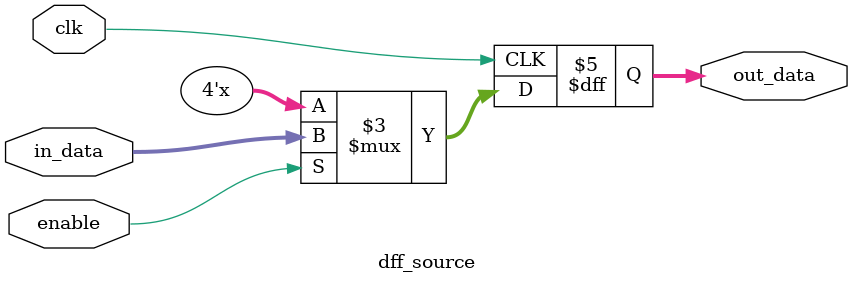
<source format=v>

module dff_source(in_data,enable,out_data,clk);
parameter Width=4;
input [Width-1:0] in_data;
input enable,clk;
output reg [Width-1:0] out_data;

always @(posedge clk)begin
      if(enable)
      out_data <= in_data;
      else out_data <= 32'bx;
end

endmodule

</source>
